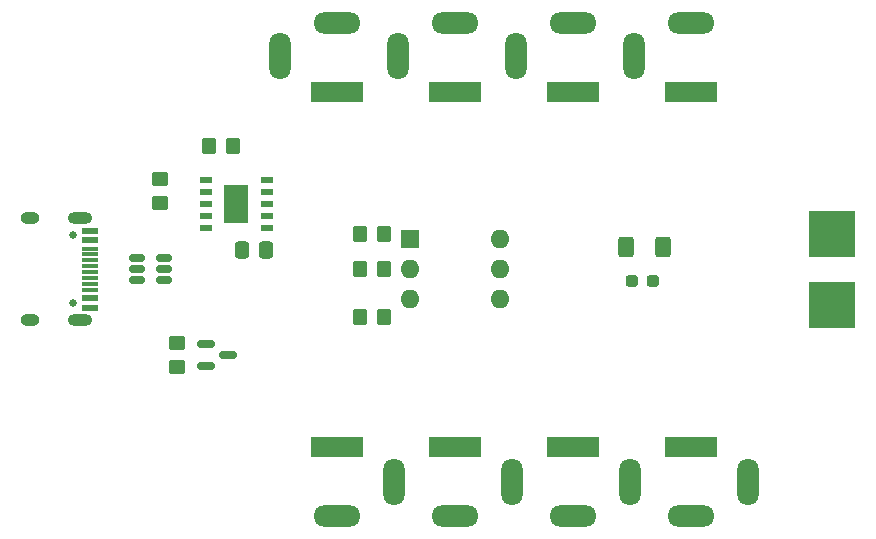
<source format=gbr>
%TF.GenerationSoftware,KiCad,Pcbnew,7.0.1*%
%TF.CreationDate,2024-06-10T22:25:48+03:00*%
%TF.ProjectId,PedalPower,50656461-6c50-46f7-9765-722e6b696361,rev?*%
%TF.SameCoordinates,Original*%
%TF.FileFunction,Soldermask,Top*%
%TF.FilePolarity,Negative*%
%FSLAX46Y46*%
G04 Gerber Fmt 4.6, Leading zero omitted, Abs format (unit mm)*
G04 Created by KiCad (PCBNEW 7.0.1) date 2024-06-10 22:25:48*
%MOMM*%
%LPD*%
G01*
G04 APERTURE LIST*
G04 Aperture macros list*
%AMRoundRect*
0 Rectangle with rounded corners*
0 $1 Rounding radius*
0 $2 $3 $4 $5 $6 $7 $8 $9 X,Y pos of 4 corners*
0 Add a 4 corners polygon primitive as box body*
4,1,4,$2,$3,$4,$5,$6,$7,$8,$9,$2,$3,0*
0 Add four circle primitives for the rounded corners*
1,1,$1+$1,$2,$3*
1,1,$1+$1,$4,$5*
1,1,$1+$1,$6,$7*
1,1,$1+$1,$8,$9*
0 Add four rect primitives between the rounded corners*
20,1,$1+$1,$2,$3,$4,$5,0*
20,1,$1+$1,$4,$5,$6,$7,0*
20,1,$1+$1,$6,$7,$8,$9,0*
20,1,$1+$1,$8,$9,$2,$3,0*%
G04 Aperture macros list end*
%ADD10R,4.000000X4.000000*%
%ADD11RoundRect,0.150000X-0.512500X-0.150000X0.512500X-0.150000X0.512500X0.150000X-0.512500X0.150000X0*%
%ADD12R,4.400000X1.800000*%
%ADD13O,4.000000X1.800000*%
%ADD14O,1.800000X4.000000*%
%ADD15RoundRect,0.250000X-0.350000X-0.450000X0.350000X-0.450000X0.350000X0.450000X-0.350000X0.450000X0*%
%ADD16RoundRect,0.250000X-0.400000X-0.625000X0.400000X-0.625000X0.400000X0.625000X-0.400000X0.625000X0*%
%ADD17R,1.100000X0.510000*%
%ADD18RoundRect,0.210000X0.840000X1.440000X-0.840000X1.440000X-0.840000X-1.440000X0.840000X-1.440000X0*%
%ADD19R,1.600000X1.600000*%
%ADD20O,1.600000X1.600000*%
%ADD21C,0.650000*%
%ADD22R,1.450000X0.600000*%
%ADD23R,1.450000X0.300000*%
%ADD24O,2.100000X1.000000*%
%ADD25O,1.600000X1.000000*%
%ADD26RoundRect,0.237500X0.287500X0.237500X-0.287500X0.237500X-0.287500X-0.237500X0.287500X-0.237500X0*%
%ADD27RoundRect,0.250000X-0.450000X0.350000X-0.450000X-0.350000X0.450000X-0.350000X0.450000X0.350000X0*%
%ADD28RoundRect,0.250000X0.337500X0.475000X-0.337500X0.475000X-0.337500X-0.475000X0.337500X-0.475000X0*%
%ADD29RoundRect,0.150000X-0.587500X-0.150000X0.587500X-0.150000X0.587500X0.150000X-0.587500X0.150000X0*%
G04 APERTURE END LIST*
D10*
%TO.C,TP2*%
X52000000Y-3000000D03*
%TD*%
D11*
%TO.C,U1*%
X-6837500Y950000D03*
X-6837500Y0D03*
X-6837500Y-950000D03*
X-4562500Y-950000D03*
X-4562500Y0D03*
X-4562500Y950000D03*
%TD*%
D12*
%TO.C,J8*%
X10100000Y15050000D03*
D13*
X10100000Y20850000D03*
D14*
X5300000Y18050000D03*
%TD*%
D12*
%TO.C,J7*%
X30100000Y-15050000D03*
D13*
X30100000Y-20850000D03*
D14*
X34900000Y-18050000D03*
%TD*%
D12*
%TO.C,J9*%
X40100000Y-15050000D03*
D13*
X40100000Y-20850000D03*
D14*
X44900000Y-18050000D03*
%TD*%
D15*
%TO.C,R5*%
X12100000Y-4000000D03*
X14100000Y-4000000D03*
%TD*%
D16*
%TO.C,R7*%
X34625000Y1925000D03*
X37725000Y1925000D03*
%TD*%
D12*
%TO.C,J3*%
X10100000Y-15050000D03*
D13*
X10100000Y-20850000D03*
D14*
X14900000Y-18050000D03*
%TD*%
D17*
%TO.C,U2*%
X4150000Y3525000D03*
X4150000Y4525000D03*
X4150000Y5525000D03*
X4150000Y6525000D03*
X4150000Y7525000D03*
X-950000Y7525000D03*
X-950000Y6525000D03*
X-950000Y5525000D03*
X-950000Y4525000D03*
X-950000Y3525000D03*
D18*
X1600000Y5525000D03*
%TD*%
D19*
%TO.C,SW1*%
X16300000Y2525000D03*
D20*
X16300000Y-15000D03*
X16300000Y-2555000D03*
X23920000Y-2555000D03*
X23920000Y-15000D03*
X23920000Y2525000D03*
%TD*%
D21*
%TO.C,J1*%
X-12200000Y2890000D03*
X-12200000Y-2890000D03*
D22*
X-10755000Y3250000D03*
X-10755000Y2450000D03*
D23*
X-10755000Y1250000D03*
X-10755000Y250000D03*
X-10755000Y-250000D03*
X-10755000Y-1250000D03*
D22*
X-10755000Y-2450000D03*
X-10755000Y-3250000D03*
X-10755000Y-3250000D03*
X-10755000Y-2450000D03*
D23*
X-10755000Y-1750000D03*
X-10755000Y-750000D03*
X-10755000Y750000D03*
X-10755000Y1750000D03*
D22*
X-10755000Y2450000D03*
X-10755000Y3250000D03*
D24*
X-11670000Y4320000D03*
D25*
X-15850000Y4320000D03*
D24*
X-11670000Y-4320000D03*
D25*
X-15850000Y-4320000D03*
%TD*%
D26*
%TO.C,D1*%
X36875000Y-1000000D03*
X35125000Y-1000000D03*
%TD*%
D27*
%TO.C,R1*%
X-4900000Y7600000D03*
X-4900000Y5600000D03*
%TD*%
D12*
%TO.C,J5*%
X20100000Y-15050000D03*
D13*
X20100000Y-20850000D03*
D14*
X24900000Y-18050000D03*
%TD*%
D12*
%TO.C,J2*%
X40100000Y15050000D03*
D13*
X40100000Y20850000D03*
D14*
X35300000Y18050000D03*
%TD*%
D28*
%TO.C,C1*%
X4137500Y1600000D03*
X2062500Y1600000D03*
%TD*%
D10*
%TO.C,TP1*%
X52000000Y3000000D03*
%TD*%
D12*
%TO.C,J4*%
X30100000Y15050000D03*
D13*
X30100000Y20850000D03*
D14*
X25300000Y18050000D03*
%TD*%
D15*
%TO.C,R4*%
X12100000Y0D03*
X14100000Y0D03*
%TD*%
D27*
%TO.C,R6*%
X-3462500Y-6250000D03*
X-3462500Y-8250000D03*
%TD*%
D12*
%TO.C,J6*%
X20100000Y15050000D03*
D13*
X20100000Y20850000D03*
D14*
X15300000Y18050000D03*
%TD*%
D15*
%TO.C,R2*%
X-700000Y10400000D03*
X1300000Y10400000D03*
%TD*%
D29*
%TO.C,Q1*%
X-1000000Y-6300000D03*
X-1000000Y-8200000D03*
X875000Y-7250000D03*
%TD*%
D15*
%TO.C,R3*%
X12100000Y3000000D03*
X14100000Y3000000D03*
%TD*%
M02*

</source>
